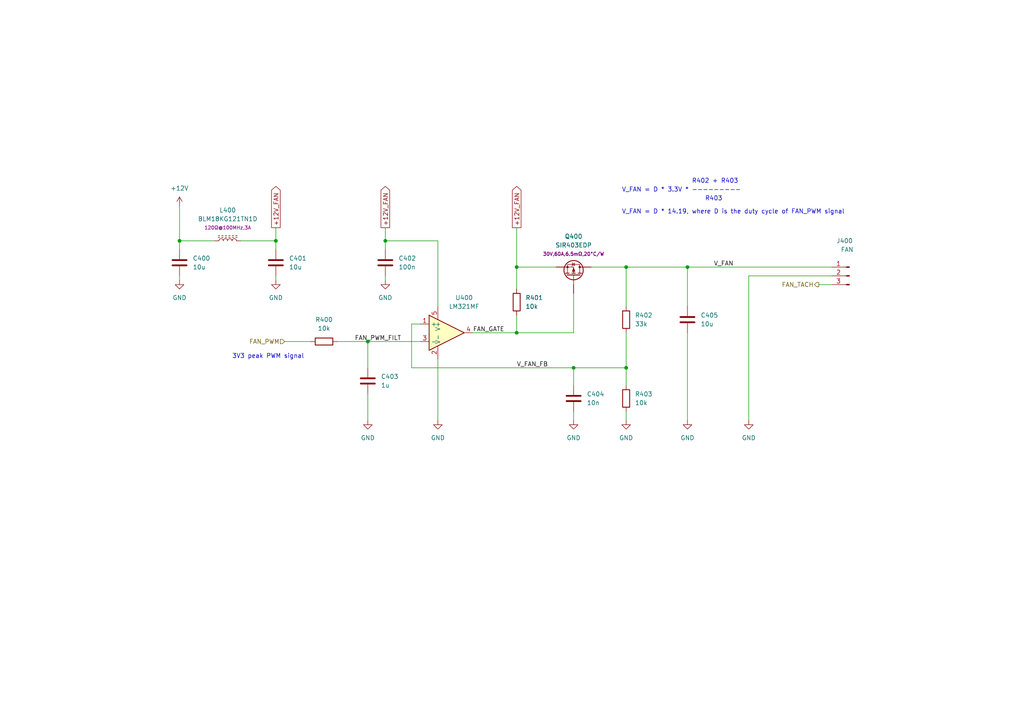
<source format=kicad_sch>
(kicad_sch (version 20211123) (generator eeschema)
  (paper "A4")
  (title_block (title "Linear PSU Digital Board") (date "06/2023") (rev "1") (company "Martin Kopka"))
  (lib_symbols
    (symbol "Connector:Conn_01x03_Male" (pin_names (offset 1.016) hide)
      (property "Reference" "J" (at 0 5.08 0))
      (property "Value" "Conn_01x03_Male" (at 0 -5.08 0))
      (symbol "Conn_01x03_Male_1_1"
        (polyline (pts (xy 1.27 -2.54) (xy 0.8636 -2.54)) (stroke (width 0.1524)))
        (polyline (pts (xy 1.27 0) (xy 0.8636 0)) (stroke (width 0.1524)))
        (polyline (pts (xy 1.27 2.54) (xy 0.8636 2.54)) (stroke (width 0.1524)))
        (rectangle (start 0.8636 -2.413) (end 0 -2.667) (stroke (width 0.1524)) (fill (type outline)))
        (rectangle (start 0.8636 0.127) (end 0 -0.127) (stroke (width 0.1524)) (fill (type outline)))
        (rectangle (start 0.8636 2.667) (end 0 2.413) (stroke (width 0.1524)) (fill (type outline)))
        (pin passive line (at 5.08 2.54 180) (length 3.81) (name "Pin_1") (number "1"))
        (pin passive line (at 5.08 0 180) (length 3.81) (name "Pin_2") (number "2"))
        (pin passive line (at 5.08 -2.54 180) (length 3.81) (name "Pin_3") (number "3"))
      )
    )
    (symbol "Device:C" (pin_numbers hide) (pin_names (offset 0.254))
      (property "Reference" "C" (at 0.635 2.54 0))
      (property "Value" "C" (at 0.635 -2.54 0))
      (symbol "C_0_1"
        (polyline (pts (xy -2.032 -0.762) (xy 2.032 -0.762)) (stroke (width 0.508)))
        (polyline (pts (xy -2.032 0.762) (xy 2.032 0.762)) (stroke (width 0.508)))
      )
      (symbol "C_1_1"
        (pin passive line (at 0 3.81 270) (length 2.794) (name "~") (number "1"))
        (pin passive line (at 0 -3.81 90) (length 2.794) (name "~") (number "2"))
      )
    )
    (symbol "Device:L_Ferrite" (pin_numbers hide) (pin_names (offset 1.016) hide)
      (property "Reference" "L" (at -1.27 0 90))
      (property "Value" "L_Ferrite" (at 2.794 0 90))
      (symbol "L_Ferrite_0_1"
        (arc (start 0 -2.54) (mid 0.635 -1.905) (end 0 -1.27))
        (arc (start 0 -1.27) (mid 0.635 -0.635) (end 0 0))
        (polyline (pts (xy 1.016 -2.794) (xy 1.016 -2.286)))
        (polyline (pts (xy 1.016 -1.778) (xy 1.016 -1.27)))
        (polyline (pts (xy 1.016 -0.762) (xy 1.016 -0.254)))
        (polyline (pts (xy 1.016 0.254) (xy 1.016 0.762)))
        (polyline (pts (xy 1.016 1.27) (xy 1.016 1.778)))
        (polyline (pts (xy 1.016 2.286) (xy 1.016 2.794)))
        (polyline (pts (xy 1.524 -2.286) (xy 1.524 -2.794)))
        (polyline (pts (xy 1.524 -1.27) (xy 1.524 -1.778)))
        (polyline (pts (xy 1.524 -0.254) (xy 1.524 -0.762)))
        (polyline (pts (xy 1.524 0.762) (xy 1.524 0.254)))
        (polyline (pts (xy 1.524 1.778) (xy 1.524 1.27)))
        (polyline (pts (xy 1.524 2.794) (xy 1.524 2.286)))
        (arc (start 0 0) (mid 0.635 0.635) (end 0 1.27))
        (arc (start 0 1.27) (mid 0.635 1.905) (end 0 2.54))
      )
      (symbol "L_Ferrite_1_1"
        (pin passive line (at 0 3.81 270) (length 1.27) (name "1") (number "1"))
        (pin passive line (at 0 -3.81 90) (length 1.27) (name "2") (number "2"))
      )
    )
    (symbol "Device:R" (pin_numbers hide) (pin_names (offset 0))
      (property "Reference" "R" (at 2.032 0 90))
      (property "Value" "R" (at 0 0 90))
      (symbol "R_0_1"
        (rectangle (start -1.016 -2.54) (end 1.016 2.54) (stroke (width 0.254)))
      )
      (symbol "R_1_1"
        (pin passive line (at 0 3.81 270) (length 1.27) (name "~") (number "1"))
        (pin passive line (at 0 -3.81 90) (length 1.27) (name "~") (number "2"))
      )
    )
    (symbol "power:+12V" (power) (pin_names (offset 0))
      (property "Value" "+12V" (at 0 3.556 0))
      (symbol "+12V_0_1"
        (polyline (pts (xy -0.762 1.27) (xy 0 2.54)))
        (polyline (pts (xy 0 0) (xy 0 2.54)))
        (polyline (pts (xy 0 2.54) (xy 0.762 1.27)))
      )
      (symbol "+12V_1_1"
        (pin power_in line (at 0 0 90) (length 0) hide (name "+12V") (number "1"))
      )
    )
    (symbol "power:GND" (power) (pin_names (offset 0))
      (property "Value" "GND" (at 0 -3.81 0))
      (symbol "GND_0_1"
        (polyline (pts (xy 0 0) (xy 0 -1.27) (xy 1.27 -1.27) (xy 0 -2.54) (xy -1.27 -1.27) (xy 0 -1.27)))
      )
      (symbol "GND_1_1"
        (pin power_in line (at 0 0 270) (length 0) hide (name "GND") (number "1"))
      )
    )
    (symbol "w-analog-ic:LM321"
      (property "Reference" "U" (at 10.16 8.89 0))
      (property "Value" "LM321" (at 10.16 6.35 0))
      (symbol "LM321_0_1"
        (polyline (pts (xy -2.54 5.08) (xy 7.62 0) (xy -2.54 -5.08) (xy -2.54 5.08)) (stroke (width 0.254)) (fill (type background)))
        (pin power_in line (at 0 -7.62 90) (length 3.81) (name "V-") (number "2"))
        (pin power_in line (at 0 7.62 270) (length 3.81) (name "V+") (number "5"))
      )
      (symbol "LM321_1_1"
        (pin input line (at -5.08 2.54 0) (length 2.54) (name "+") (number "1"))
        (pin input line (at -5.08 -2.54 0) (length 2.54) (name "-") (number "3"))
        (pin output line (at 10.16 0 180) (length 2.54) (name "~") (number "4"))
      )
    )
    (symbol "w-transistor:SIR403EDP" (pin_numbers hide) (pin_names hide)
      (property "Reference" "Q" (at 6.35 5.08 0))
      (property "Value" "SIR403EDP" (at 6.35 2.54 0))
      (symbol "SIR403EDP_0_1"
        (polyline (pts (xy 0.254 0) (xy -2.54 0)))
        (polyline (pts (xy 0.254 1.905) (xy 0.254 -1.905)) (stroke (width 0.254)))
        (polyline (pts (xy 0.762 -1.27) (xy 0.762 -2.286)) (stroke (width 0.254)))
        (polyline (pts (xy 0.762 0.508) (xy 0.762 -0.508)) (stroke (width 0.254)))
        (polyline (pts (xy 0.762 2.286) (xy 0.762 1.27)) (stroke (width 0.254)))
        (polyline (pts (xy 2.54 2.54) (xy 2.54 1.778)))
        (polyline (pts (xy 2.54 -2.54) (xy 2.54 0) (xy 0.762 0)))
        (polyline (pts (xy 0.762 1.778) (xy 3.302 1.778) (xy 3.302 -1.778) (xy 0.762 -1.778)))
        (polyline (pts (xy 2.286 0) (xy 1.27 0.381) (xy 1.27 -0.381) (xy 2.286 0)) (fill (type outline)))
        (polyline (pts (xy 2.794 -0.508) (xy 2.921 -0.381) (xy 3.683 -0.381) (xy 3.81 -0.254)))
        (polyline (pts (xy 3.302 -0.381) (xy 2.921 0.254) (xy 3.683 0.254) (xy 3.302 -0.381)))
        (circle (center 1.651 0) (radius 2.794) (stroke (width 0.254)))
        (circle (center 2.54 -1.778) (radius 0.254) (fill (type outline)))
        (circle (center 2.54 1.778) (radius 0.254) (fill (type outline)))
      )
      (symbol "SIR403EDP_1_1"
        (pin passive line (at 2.54 -5.08 90) (length 2.54) (name "S") (number "1"))
        (pin input line (at -5.08 0 0) (length 2.54) (name "G") (number "2"))
        (pin passive line (at 2.54 5.08 270) (length 2.54) (name "D") (number "3"))
      )
    )
  )
  (junction (at 111.76 69.85))
  (junction (at 199.39 77.47))
  (junction (at 166.37 106.68))
  (junction (at 181.61 77.47))
  (junction (at 80.01 69.85))
  (junction (at 149.86 96.52))
  (junction (at 181.61 106.68))
  (junction (at 106.68 99.06))
  (junction (at 52.07 69.85))
  (junction (at 149.86 77.47))
  (wire (pts (xy 199.39 96.52) (xy 199.39 121.92)))
  (wire (pts (xy 111.76 66.04) (xy 111.76 69.85)))
  (wire (pts (xy 111.76 69.85) (xy 111.76 72.39)))
  (wire (pts (xy 166.37 106.68) (xy 181.61 106.68)))
  (wire (pts (xy 237.49 82.55) (xy 241.3 82.55)))
  (wire (pts (xy 106.68 114.3) (xy 106.68 121.92)))
  (wire (pts (xy 127 69.85) (xy 111.76 69.85)))
  (wire (pts (xy 166.37 111.76) (xy 166.37 106.68)))
  (wire (pts (xy 199.39 77.47) (xy 241.3 77.47)))
  (wire (pts (xy 52.07 69.85) (xy 62.23 69.85)))
  (wire (pts (xy 52.07 72.39) (xy 52.07 69.85)))
  (wire (pts (xy 217.17 80.01) (xy 241.3 80.01)))
  (wire (pts (xy 149.86 77.47) (xy 149.86 83.82)))
  (wire (pts (xy 121.92 93.98) (xy 119.38 93.98)))
  (wire (pts (xy 149.86 66.04) (xy 149.86 77.47)))
  (wire (pts (xy 127 104.14) (xy 127 121.92)))
  (wire (pts (xy 137.16 96.52) (xy 149.86 96.52)))
  (wire (pts (xy 106.68 99.06) (xy 121.92 99.06)))
  (wire (pts (xy 181.61 96.52) (xy 181.61 106.68)))
  (wire (pts (xy 119.38 93.98) (xy 119.38 106.68)))
  (wire (pts (xy 80.01 80.01) (xy 80.01 81.28)))
  (wire (pts (xy 80.01 69.85) (xy 80.01 72.39)))
  (wire (pts (xy 171.45 77.47) (xy 181.61 77.47)))
  (wire (pts (xy 82.55 99.06) (xy 90.17 99.06)))
  (wire (pts (xy 166.37 96.52) (xy 149.86 96.52)))
  (wire (pts (xy 69.85 69.85) (xy 80.01 69.85)))
  (wire (pts (xy 217.17 121.92) (xy 217.17 80.01)))
  (wire (pts (xy 127 69.85) (xy 127 88.9)))
  (wire (pts (xy 166.37 119.38) (xy 166.37 121.92)))
  (wire (pts (xy 106.68 99.06) (xy 106.68 106.68)))
  (wire (pts (xy 52.07 59.69) (xy 52.07 69.85)))
  (wire (pts (xy 199.39 77.47) (xy 199.39 88.9)))
  (wire (pts (xy 111.76 80.01) (xy 111.76 81.28)))
  (wire (pts (xy 80.01 66.04) (xy 80.01 69.85)))
  (wire (pts (xy 149.86 96.52) (xy 149.86 91.44)))
  (wire (pts (xy 181.61 119.38) (xy 181.61 121.92)))
  (wire (pts (xy 97.79 99.06) (xy 106.68 99.06)))
  (wire (pts (xy 166.37 85.09) (xy 166.37 96.52)))
  (wire (pts (xy 149.86 77.47) (xy 161.29 77.47)))
  (wire (pts (xy 119.38 106.68) (xy 166.37 106.68)))
  (wire (pts (xy 199.39 77.47) (xy 181.61 77.47)))
  (wire (pts (xy 181.61 77.47) (xy 181.61 88.9)))
  (wire (pts (xy 52.07 80.01) (xy 52.07 81.28)))
  (wire (pts (xy 181.61 106.68) (xy 181.61 111.76)))
  (text "R402 + R403" (at 200.66 53.34 0) (effects (font (size 1.27 1.27)) (justify left bottom)))
  (text "3V3 peak PWM signal" (at 67.31 104.14 0) (effects (font (size 1.27 1.27)) (justify left bottom)))
  (text "V_FAN = D * 14.19, where D is the duty cycle of FAN_PWM signal" (at 180.34 62.23 0) (effects (font (size 1.27 1.27)) (justify left bottom)))
  (text "R403" (at 204.47 58.42 0) (effects (font (size 1.27 1.27)) (justify left bottom)))
  (text "V_FAN = D * 3.3V * ---------" (at 180.34 55.88 0) (effects (font (size 1.27 1.27)) (justify left bottom)))
  (label "V_FAN_FB" (at 149.86 106.68 0))
  (label "FAN_PWM_FILT" (at 102.87 99.06 0))
  (label "FAN_GATE" (at 137.16 96.52 0))
  (label "V_FAN" (at 207.01 77.47 0))
  (global_label "+12V_FAN" (shape output) (at 149.86 66.04 90) (property "Intersheet References" "${INTERSHEET_REFS}" (effects hide)))
  (global_label "+12V_FAN" (shape output) (at 80.01 66.04 90) (property "Intersheet References" "${INTERSHEET_REFS}" (effects hide)))
  (global_label "+12V_FAN" (shape output) (at 111.76 66.04 90) (property "Intersheet References" "${INTERSHEET_REFS}" (effects hide)))
  (hierarchical_label "FAN_TACH" (shape output) (at 237.49 82.55 180))
  (hierarchical_label "FAN_PWM" (shape input) (at 82.55 99.06 180))
  (symbol (lib_id "power:GND") (at 217.17 121.92 0) (unit 1)
    (property "Reference" "#PWR0135" (effects hide))
    (property "Value" "GND" (at 217.17 127 0))
  )
  (symbol (lib_id "power:GND") (at 111.76 81.28 0) (unit 1)
    (property "Reference" "#PWR0130" (effects hide))
    (property "Value" "GND" (at 111.76 86.36 0))
  )
  (symbol (lib_id "Connector:Conn_01x03_Male") (at 246.38 80.01 0) (mirror y) (unit 1)
    (property "Reference" "J400" (at 242.57 69.85 0) (effects (justify right)))
    (property "Value" "FAN" (at 243.84 72.39 0) (effects (justify right)))
    (property "Footprint" "w-connector:KLS PSH02-03" (effects hide))
  )
  (symbol (lib_id "Device:R") (at 93.98 99.06 90) (unit 1)
    (property "Reference" "R400" (at 93.98 92.71 90))
    (property "Value" "10k" (at 93.98 95.25 90))
    (property "Footprint" "Resistor_SMD:R_0402_1005Metric" (effects hide))
  )
  (symbol (lib_id "Device:C") (at 111.76 76.2 0) (unit 1)
    (property "Reference" "C402" (at 115.57 74.9299 0) (effects (justify left)))
    (property "Value" "100n" (at 115.57 77.4699 0) (effects (justify left)))
    (property "Footprint" "Capacitor_SMD:C_0603_1608Metric" (effects hide))
  )
  (symbol (lib_id "Device:C") (at 199.39 92.71 0) (unit 1)
    (property "Reference" "C405" (at 203.2 91.4399 0) (effects (justify left)))
    (property "Value" "10u" (at 203.2 93.9799 0) (effects (justify left)))
    (property "Footprint" "Capacitor_SMD:C_0603_1608Metric" (effects hide))
  )
  (symbol (lib_id "Device:R") (at 181.61 115.57 180) (unit 1)
    (property "Reference" "R403" (at 184.15 114.2999 0) (effects (justify right)))
    (property "Value" "10k" (at 184.15 116.8399 0) (effects (justify right)))
    (property "Footprint" "Resistor_SMD:R_0603_1608Metric" (effects hide))
  )
  (symbol (lib_id "Device:C") (at 166.37 115.57 0) (unit 1)
    (property "Reference" "C404" (at 170.18 114.2999 0) (effects (justify left)))
    (property "Value" "10n" (at 170.18 116.8399 0) (effects (justify left)))
    (property "Footprint" "Capacitor_SMD:C_0603_1608Metric" (effects hide))
  )
  (symbol (lib_id "power:GND") (at 106.68 121.92 0) (unit 1)
    (property "Reference" "#PWR0128" (effects hide))
    (property "Value" "GND" (at 106.68 127 0))
  )
  (symbol (lib_id "Device:C") (at 106.68 110.49 0) (unit 1)
    (property "Reference" "C403" (at 110.49 109.2199 0) (effects (justify left)))
    (property "Value" "1u" (at 110.49 111.7599 0) (effects (justify left)))
    (property "Footprint" "Capacitor_SMD:C_0402_1005Metric" (effects hide))
  )
  (symbol (lib_id "Device:R") (at 149.86 87.63 180) (unit 1)
    (property "Reference" "R401" (at 152.4 86.3599 0) (effects (justify right)))
    (property "Value" "10k" (at 152.4 88.8999 0) (effects (justify right)))
    (property "Footprint" "Resistor_SMD:R_0603_1608Metric" (effects hide))
  )
  (symbol (lib_id "power:+12V") (at 52.07 59.69 0) (unit 1)
    (property "Reference" "#PWR0148" (effects hide))
    (property "Value" "+12V" (at 52.07 54.61 0))
  )
  (symbol (lib_id "Device:R") (at 181.61 92.71 180) (unit 1)
    (property "Reference" "R402" (at 184.15 91.4399 0) (effects (justify right)))
    (property "Value" "33k" (at 184.15 93.9799 0) (effects (justify right)))
    (property "Footprint" "Resistor_SMD:R_0603_1608Metric" (effects hide))
  )
  (symbol (lib_id "Device:C") (at 80.01 76.2 0) (unit 1)
    (property "Reference" "C401" (at 83.82 74.9299 0) (effects (justify left)))
    (property "Value" "10u" (at 83.82 77.4699 0) (effects (justify left)))
    (property "Footprint" "Capacitor_SMD:C_0603_1608Metric" (effects hide))
  )
  (symbol (lib_id "power:GND") (at 52.07 81.28 0) (unit 1)
    (property "Reference" "#PWR0156" (effects hide))
    (property "Value" "GND" (at 52.07 86.36 0))
  )
  (symbol (lib_id "power:GND") (at 80.01 81.28 0) (unit 1)
    (property "Reference" "#PWR0155" (effects hide))
    (property "Value" "GND" (at 80.01 86.36 0))
  )
  (symbol (lib_id "Device:L_Ferrite") (at 66.04 69.85 90) (unit 1)
    (property "Reference" "L400" (at 66.04 60.96 90))
    (property "Value" "BLM18KG121TN1D" (at 66.04 63.5 90))
    (property "Footprint" "Resistor_SMD:R_0603_1608Metric" (effects hide))
    (property "Params" "120Ω@100MHz,3A" (at 66.04 66.04 90) (effects (font (size 1 1))))
  )
  (symbol (lib_id "power:GND") (at 199.39 121.92 0) (unit 1)
    (property "Reference" "#PWR0133" (effects hide))
    (property "Value" "GND" (at 199.39 127 0))
  )
  (symbol (lib_id "power:GND") (at 166.37 121.92 0) (unit 1)
    (property "Reference" "#PWR0172" (effects hide))
    (property "Value" "GND" (at 166.37 127 0))
  )
  (symbol (lib_id "w-transistor:SIR403EDP") (at 166.37 80.01 270) (mirror x) (unit 1)
    (property "Reference" "Q400" (at 166.37 68.58 90))
    (property "Value" "SIR403EDP" (at 166.37 71.12 90))
    (property "Footprint" "w-transistor:PDFN8L 5x6" (effects hide))
    (property "Datasheet" "https://cz.mouser.com/datasheet/2/427/sir403edp-1765129.pdf" (effects hide))
    (property "Params" "30V,60A,6.5mΩ,20°C/W" (at 166.37 73.66 90) (effects (font (size 1 1))))
  )
  (symbol (lib_id "Device:C") (at 52.07 76.2 0) (unit 1)
    (property "Reference" "C400" (at 55.88 74.9299 0) (effects (justify left)))
    (property "Value" "10u" (at 55.88 77.4699 0) (effects (justify left)))
    (property "Footprint" "Capacitor_SMD:C_0603_1608Metric" (effects hide))
  )
  (symbol (lib_id "w-analog-ic:LM321") (at 127 96.52 0) (unit 1)
    (property "Reference" "U400" (at 134.62 86.36 0))
    (property "Value" "LM321MF" (at 134.62 88.9 0))
    (property "Footprint" "w-ic:SOT-23-5L" (effects hide))
    (property "Datasheet" "https://img.gme.cz/files/eshop_data/eshop_data/6/926-031/dsh.926-031.1.pdf" (effects hide))
  )
  (symbol (lib_id "power:GND") (at 127 121.92 0) (unit 1)
    (property "Reference" "#PWR0129" (effects hide))
    (property "Value" "GND" (at 127 127 0))
  )
  (symbol (lib_id "power:GND") (at 181.61 121.92 0) (unit 1)
    (property "Reference" "#PWR0134" (effects hide))
    (property "Value" "GND" (at 181.61 127 0))
  )
)
</source>
